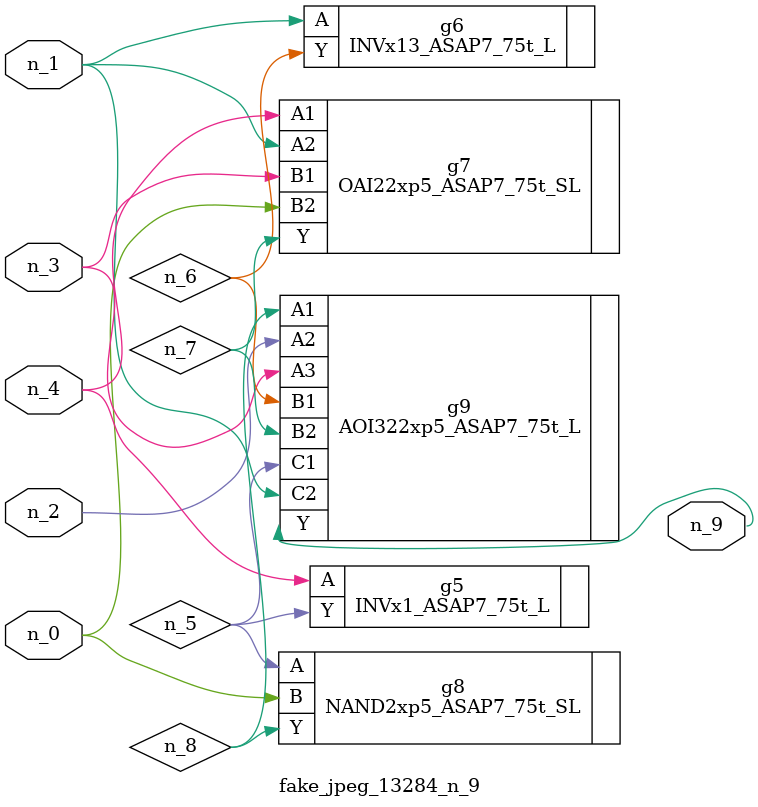
<source format=v>
module fake_jpeg_13284_n_9 (n_3, n_2, n_1, n_0, n_4, n_9);

input n_3;
input n_2;
input n_1;
input n_0;
input n_4;

output n_9;

wire n_8;
wire n_6;
wire n_5;
wire n_7;

INVx1_ASAP7_75t_L g5 ( 
.A(n_4),
.Y(n_5)
);

INVx13_ASAP7_75t_L g6 ( 
.A(n_1),
.Y(n_6)
);

OAI22xp5_ASAP7_75t_SL g7 ( 
.A1(n_4),
.A2(n_1),
.B1(n_3),
.B2(n_0),
.Y(n_7)
);

NAND2xp5_ASAP7_75t_SL g8 ( 
.A(n_5),
.B(n_0),
.Y(n_8)
);

AOI322xp5_ASAP7_75t_L g9 ( 
.A1(n_8),
.A2(n_2),
.A3(n_3),
.B1(n_6),
.B2(n_7),
.C1(n_5),
.C2(n_1),
.Y(n_9)
);


endmodule
</source>
